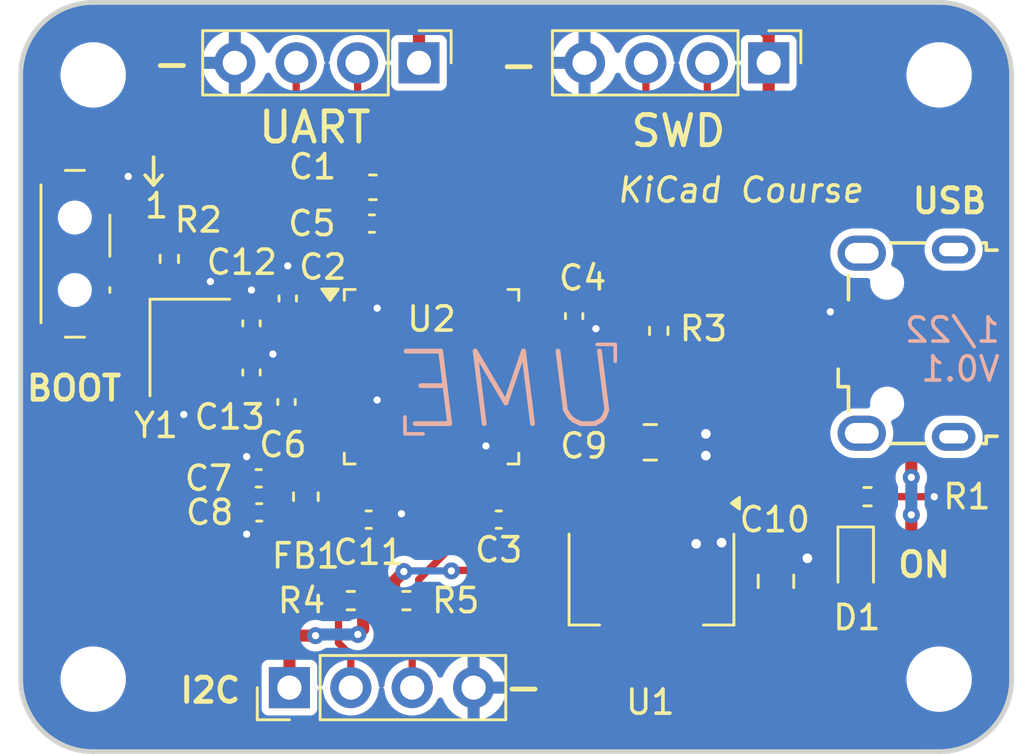
<source format=kicad_pcb>
(kicad_pcb (version 20240108) (generator "pcbnew") (generator_version "8.0")
  (layers (0 "F.Cu" signal) (31 "B.Cu" power) (34 "B.Paste" user) (35 "F.Paste" user) (36 "B.SilkS" user "B.Silkscreen") (37 "F.SilkS" user "F.Silkscreen") (38 "B.Mask" user) (39 "F.Mask" user) (44 "Edge.Cuts" user))
  (net 0 "")
  (net 1 "+3.3V")
  (net 2 "GND")
  (net 3 "+3.3VA")
  (net 4 "VBUS")
  (net 5 "/NRST")
  (net 6 "/HSE_IN")
  (net 7 "/HSE_OUT")
  (net 8 "/PWR_LED_K")
  (net 11 "/USB_D+")
  (net 12 "/USB_D-")
  (net 16 "/SWDIO")
  (net 17 "/SWCLK")
  (net 18 "/USART1_RX")
  (net 19 "/USART1_TX")
  (net 20 "/I2C2_SCL")
  (net 21 "/I2C2_SDA")
  (net 22 "/SW_BOOT0")
  (net 23 "/BOOT0")
  (footprint "Crystal:Crystal_SMD_3225-4Pin_3.2x2.5mm" (layer "F.Cu") (at 119.85 103.53 -90)
    (property "Reference" "Y1" (at 3.22 1.4 180) (layer "F.SilkS"))
    (property "Value" "16MHz" (hide yes))
    (pad "1" smd rect (at -1.1 0.85 270) (size 1.4 1.2) (layers "F.Cu" "F.Paste" "F.Mask") (net 6 "/HSE_IN"))
    (pad "2" smd rect (at 1.1 0.85 270) (size 1.4 1.2) (layers "F.Cu" "F.Paste" "F.Mask") (net 2 "GND"))
    (pad "3" smd rect (at 1.1 -0.85 270) (size 1.4 1.2) (layers "F.Cu" "F.Paste" "F.Mask") (net 7 "/HSE_OUT"))
    (pad "4" smd rect (at -1.1 -0.85 270) (size 1.4 1.2) (layers "F.Cu" "F.Paste" "F.Mask") (net 2 "GND"))
  )
  (footprint "Capacitor_SMD:C_0402_1005Metric" (layer "F.Cu") (at 122.7 108.94 180)
    (property "Reference" "C7" (at 2.08 0 0) (layer "F.SilkS"))
    (property "Value" "1u" (hide yes))
    (pad "1" smd roundrect (at -0.48 0 180) (size 0.56 0.62) (layers "F.Cu" "F.Paste" "F.Mask") (net 3 "+3.3VA"))
    (pad "2" smd roundrect (at 0.48 0 180) (size 0.56 0.62) (layers "F.Cu" "F.Paste" "F.Mask") (net 2 "GND"))
  )
  (footprint "Package_QFP:LQFP-48_7x7mm_P0.5mm" (layer "F.Cu") (at 129.85 104.7375)
    (property "Reference" "U2" (at 0 -2.3875 0) (layer "F.SilkS"))
    (property "Value" "STM32F103C8T6" (hide yes))
    (pad "1" smd roundrect (at -4.1625 -2.75) (size 1.475 0.3) (layers "F.Cu" "F.Paste" "F.Mask") (net 1 "+3.3V"))
    (pad "2" smd roundrect (at -4.1625 -2.25) (size 1.475 0.3) (layers "F.Cu" "F.Paste" "F.Mask"))
    (pad "3" smd roundrect (at -4.1625 -1.75) (size 1.475 0.3) (layers "F.Cu" "F.Paste" "F.Mask"))
    (pad "4" smd roundrect (at -4.1625 -1.25) (size 1.475 0.3) (layers "F.Cu" "F.Paste" "F.Mask"))
    (pad "5" smd roundrect (at -4.1625 -0.75) (size 1.475 0.3) (layers "F.Cu" "F.Paste" "F.Mask") (net 6 "/HSE_IN"))
    (pad "6" smd roundrect (at -4.1625 -0.25) (size 1.475 0.3) (layers "F.Cu" "F.Paste" "F.Mask") (net 7 "/HSE_OUT"))
    (pad "7" smd roundrect (at -4.1625 0.25) (size 1.475 0.3) (layers "F.Cu" "F.Paste" "F.Mask") (net 5 "/NRST"))
    (pad "8" smd roundrect (at -4.1625 0.75) (size 1.475 0.3) (layers "F.Cu" "F.Paste" "F.Mask") (net 2 "GND"))
    (pad "9" smd roundrect (at -4.1625 1.25) (size 1.475 0.3) (layers "F.Cu" "F.Paste" "F.Mask") (net 3 "+3.3VA"))
    (pad "10" smd roundrect (at -4.1625 1.75) (size 1.475 0.3) (layers "F.Cu" "F.Paste" "F.Mask"))
    (pad "11" smd roundrect (at -4.1625 2.25) (size 1.475 0.3) (layers "F.Cu" "F.Paste" "F.Mask"))
    (pad "12" smd roundrect (at -4.1625 2.75) (size 1.475 0.3) (layers "F.Cu" "F.Paste" "F.Mask"))
    (pad "13" smd roundrect (at -2.75 4.1625) (size 0.3 1.475) (layers "F.Cu" "F.Paste" "F.Mask"))
    (pad "14" smd roundrect (at -2.25 4.1625) (size 0.3 1.475) (layers "F.Cu" "F.Paste" "F.Mask"))
    (pad "15" smd roundrect (at -1.75 4.1625) (size 0.3 1.475) (layers "F.Cu" "F.Paste" "F.Mask"))
    (pad "16" smd roundrect (at -1.25 4.1625) (size 0.3 1.475) (layers "F.Cu" "F.Paste" "F.Mask"))
    (pad "17" smd roundrect (at -0.75 4.1625) (size 0.3 1.475) (layers "F.Cu" "F.Paste" "F.Mask"))
    (pad "18" smd roundrect (at -0.25 4.1625) (size 0.3 1.475) (layers "F.Cu" "F.Paste" "F.Mask"))
    (pad "19" smd roundrect (at 0.25 4.1625) (size 0.3 1.475) (layers "F.Cu" "F.Paste" "F.Mask"))
    (pad "20" smd roundrect (at 0.75 4.1625) (size 0.3 1.475) (layers "F.Cu" "F.Paste" "F.Mask"))
    (pad "21" smd roundrect (at 1.25 4.1625) (size 0.3 1.475) (layers "F.Cu" "F.Paste" "F.Mask") (net 20 "/I2C2_SCL"))
    (pad "22" smd roundrect (at 1.75 4.1625) (size 0.3 1.475) (layers "F.Cu" "F.Paste" "F.Mask") (net 21 "/I2C2_SDA"))
    (pad "23" smd roundrect (at 2.25 4.1625) (size 0.3 1.475) (layers "F.Cu" "F.Paste" "F.Mask") (net 2 "GND"))
    (pad "24" smd roundrect (at 2.75 4.1625) (size 0.3 1.475) (layers "F.Cu" "F.Paste" "F.Mask") (net 1 "+3.3V"))
    (pad "25" smd roundrect (at 4.1625 2.75) (size 1.475 0.3) (layers "F.Cu" "F.Paste" "F.Mask"))
    (pad "26" smd roundrect (at 4.1625 2.25) (size 1.475 0.3) (layers "F.Cu" "F.Paste" "F.Mask"))
    (pad "27" smd roundrect (at 4.1625 1.75) (size 1.475 0.3) (layers "F.Cu" "F.Paste" "F.Mask"))
    (pad "28" smd roundrect (at 4.1625 1.25) (size 1.475 0.3) (layers "F.Cu" "F.Paste" "F.Mask"))
    (pad "29" smd roundrect (at 4.1625 0.75) (size 1.475 0.3) (layers "F.Cu" "F.Paste" "F.Mask"))
    (pad "30" smd roundrect (at 4.1625 0.25) (size 1.475 0.3) (layers "F.Cu" "F.Paste" "F.Mask"))
    (pad "31" smd roundrect (at 4.1625 -0.25) (size 1.475 0.3) (layers "F.Cu" "F.Paste" "F.Mask"))
    (pad "32" smd roundrect (at 4.1625 -0.75) (size 1.475 0.3) (layers "F.Cu" "F.Paste" "F.Mask") (net 12 "/USB_D-"))
    (pad "33" smd roundrect (at 4.1625 -1.25) (size 1.475 0.3) (layers "F.Cu" "F.Paste" "F.Mask") (net 11 "/USB_D+"))
    (pad "34" smd roundrect (at 4.1625 -1.75) (size 1.475 0.3) (layers "F.Cu" "F.Paste" "F.Mask") (net 16 "/SWDIO"))
    (pad "35" smd roundrect (at 4.1625 -2.25) (size 1.475 0.3) (layers "F.Cu" "F.Paste" "F.Mask") (net 2 "GND"))
    (pad "36" smd roundrect (at 4.1625 -2.75) (size 1.475 0.3) (layers "F.Cu" "F.Paste" "F.Mask") (net 1 "+3.3V"))
    (pad "37" smd roundrect (at 2.75 -4.1625) (size 0.3 1.475) (layers "F.Cu" "F.Paste" "F.Mask") (net 17 "/SWCLK"))
    (pad "38" smd roundrect (at 2.25 -4.1625) (size 0.3 1.475) (layers "F.Cu" "F.Paste" "F.Mask"))
    (pad "39" smd roundrect (at 1.75 -4.1625) (size 0.3 1.475) (layers "F.Cu" "F.Paste" "F.Mask"))
    (pad "40" smd roundrect (at 1.25 -4.1625) (size 0.3 1.475) (layers "F.Cu" "F.Paste" "F.Mask"))
    (pad "41" smd roundrect (at 0.75 -4.1625) (size 0.3 1.475) (layers "F.Cu" "F.Paste" "F.Mask"))
    (pad "42" smd roundrect (at 0.25 -4.1625) (size 0.3 1.475) (layers "F.Cu" "F.Paste" "F.Mask") (net 19 "/USART1_TX"))
    (pad "43" smd roundrect (at -0.25 -4.1625) (size 0.3 1.475) (layers "F.Cu" "F.Paste" "F.Mask") (net 18 "/USART1_RX"))
    (pad "44" smd roundrect (at -0.75 -4.1625) (size 0.3 1.475) (layers "F.Cu" "F.Paste" "F.Mask") (net 23 "/BOOT0"))
    (pad "45" smd roundrect (at -1.25 -4.1625) (size 0.3 1.475) (layers "F.Cu" "F.Paste" "F.Mask"))
    (pad "46" smd roundrect (at -1.75 -4.1625) (size 0.3 1.475) (layers "F.Cu" "F.Paste" "F.Mask"))
    (pad "47" smd roundrect (at -2.25 -4.1625) (size 0.3 1.475) (layers "F.Cu" "F.Paste" "F.Mask") (net 2 "GND"))
    (pad "48" smd roundrect (at -2.75 -4.1625) (size 0.3 1.475) (layers "F.Cu" "F.Paste" "F.Mask") (net 1 "+3.3V"))
  )
  (footprint "Capacitor_SMD:C_0603_1608Metric" (layer "F.Cu") (at 127.425 96.9)
    (property "Reference" "C1" (at -2.5 -0.85 0) (layer "F.SilkS"))
    (property "Value" "10u" (hide yes))
    (pad "1" smd roundrect (at -0.775 0) (size 0.9 0.95) (layers "F.Cu" "F.Paste" "F.Mask") (net 1 "+3.3V"))
    (pad "2" smd roundrect (at 0.775 0) (size 0.9 0.95) (layers "F.Cu" "F.Paste" "F.Mask") (net 2 "GND"))
  )
  (footprint "Capacitor_SMD:C_0402_1005Metric" (layer "F.Cu") (at 122.72 110.35 180)
    (property "Reference" "C8" (at 2.05 0 0) (layer "F.SilkS"))
    (property "Value" "1u" (hide yes))
    (pad "1" smd roundrect (at -0.48 0 180) (size 0.56 0.62) (layers "F.Cu" "F.Paste" "F.Mask") (net 1 "+3.3V"))
    (pad "2" smd roundrect (at 0.48 0 180) (size 0.56 0.62) (layers "F.Cu" "F.Paste" "F.Mask") (net 2 "GND"))
  )
  (footprint "Resistor_SMD:R_0402_1005Metric" (layer "F.Cu") (at 147.89 109.7 180)
    (property "Reference" "R1" (at -4.11 0 0) (layer "F.SilkS"))
    (property "Value" "1k5" (hide yes))
    (pad "1" smd roundrect (at -0.51 0 180) (size 0.54 0.64) (layers "F.Cu" "F.Paste" "F.Mask") (net 2 "GND"))
    (pad "2" smd roundrect (at 0.51 0 180) (size 0.54 0.64) (layers "F.Cu" "F.Paste" "F.Mask") (net 8 "/PWR_LED_K"))
  )
  (footprint "Capacitor_SMD:C_0402_1005Metric" (layer "F.Cu") (at 127.38 98.4)
    (property "Reference" "C5" (at -2.48 0 0) (layer "F.SilkS"))
    (property "Value" "100n" (hide yes))
    (pad "1" smd roundrect (at -0.48 0) (size 0.56 0.62) (layers "F.Cu" "F.Paste" "F.Mask") (net 1 "+3.3V"))
    (pad "2" smd roundrect (at 0.48 0) (size 0.56 0.62) (layers "F.Cu" "F.Paste" "F.Mask") (net 2 "GND"))
  )
  (footprint "Capacitor_SMD:C_0402_1005Metric" (layer "F.Cu") (at 123.9 101.5 90)
    (property "Reference" "C2" (at 1.3 1.45 180) (layer "F.SilkS"))
    (property "Value" "100n" (hide yes))
    (pad "1" smd roundrect (at -0.48 0 90) (size 0.56 0.62) (layers "F.Cu" "F.Paste" "F.Mask") (net 1 "+3.3V"))
    (pad "2" smd roundrect (at 0.48 0 90) (size 0.56 0.62) (layers "F.Cu" "F.Paste" "F.Mask") (net 2 "GND"))
  )
  (footprint "Capacitor_SMD:C_0805_2012Metric" (layer "F.Cu") (at 138.9 107.45)
    (property "Reference" "C9" (at -2.75 0.15 0) (layer "F.SilkS"))
    (property "Value" "22u" (hide yes))
    (pad "1" smd roundrect (at -0.95 0) (size 1 1.45) (layers "F.Cu" "F.Paste" "F.Mask") (net 4 "VBUS"))
    (pad "2" smd roundrect (at 0.95 0) (size 1 1.45) (layers "F.Cu" "F.Paste" "F.Mask") (net 2 "GND"))
  )
  (footprint "Button_Switch_SMD:SW_SPDT_PCM12" (layer "F.Cu") (at 115.42 99.65 -90)
    (property "Reference" "SW1" (hide yes))
    (property "Value" "SW_SPDT" (hide yes))
    (pad "" smd rect (at -3.65 -0.78 270) (size 1 0.8) (layers "F.Cu" "F.Paste" "F.Mask"))
    (pad "" smd rect (at -3.65 1.43 270) (size 1 0.8) (layers "F.Cu" "F.Paste" "F.Mask"))
    (pad "" np_thru_hole circle (at -1.5 0.33 270) (size 0.9 0.9) (drill 0.9) (layers "*.Cu" "*.Mask"))
    (pad "" np_thru_hole circle (at 1.5 0.33 270) (size 0.9 0.9) (drill 0.9) (layers "*.Cu" "*.Mask"))
    (pad "" smd rect (at 3.65 -0.78 270) (size 1 0.8) (layers "F.Cu" "F.Paste" "F.Mask"))
    (pad "" smd rect (at 3.65 1.43 270) (size 1 0.8) (layers "F.Cu" "F.Paste" "F.Mask"))
    (pad "1" smd rect (at -2.25 -1.43 270) (size 0.7 1.5) (layers "F.Cu" "F.Paste" "F.Mask") (net 2 "GND"))
    (pad "2" smd rect (at 0.75 -1.43 270) (size 0.7 1.5) (layers "F.Cu" "F.Paste" "F.Mask") (net 22 "/SW_BOOT0"))
    (pad "3" smd rect (at 2.25 -1.43 270) (size 0.7 1.5) (layers "F.Cu" "F.Paste" "F.Mask") (net 1 "+3.3V"))
  )
  (footprint "Connector_PinHeader_2.54mm:PinHeader_1x04_P2.54mm_Vertical" (layer "F.Cu") (at 143.8 91.75 -90)
    (property "Reference" "J2" (hide yes))
    (property "Value" "Conn_01x04_Pin" (hide yes))
    (pad "1" thru_hole rect (at 0 0 270) (size 1.7 1.7) (drill 1) (layers "*.Cu" "*.Mask") (net 1 "+3.3V"))
    (pad "2" thru_hole oval (at 0 2.54 270) (size 1.7 1.7) (drill 1) (layers "*.Cu" "*.Mask") (net 16 "/SWDIO"))
    (pad "3" thru_hole oval (at 0 5.08 270) (size 1.7 1.7) (drill 1) (layers "*.Cu" "*.Mask") (net 17 "/SWCLK"))
    (pad "4" thru_hole oval (at 0 7.62 270) (size 1.7 1.7) (drill 1) (layers "*.Cu" "*.Mask") (net 2 "GND"))
  )
  (footprint "Resistor_SMD:R_0402_1005Metric" (layer "F.Cu") (at 128.81 114 180)
    (property "Reference" "R5" (at -2.04 0 0) (layer "F.SilkS"))
    (property "Value" "1k5" (hide yes))
    (pad "1" smd roundrect (at -0.51 0 180) (size 0.54 0.64) (layers "F.Cu" "F.Paste" "F.Mask") (net 21 "/I2C2_SDA"))
    (pad "2" smd roundrect (at 0.51 0 180) (size 0.54 0.64) (layers "F.Cu" "F.Paste" "F.Mask") (net 1 "+3.3V"))
  )
  (footprint "Resistor_SMD:R_0402_1005Metric" (layer "F.Cu") (at 126.51 114)
    (property "Reference" "R4" (at -2.04 0 0) (layer "F.SilkS"))
    (property "Value" "1k5" (hide yes))
    (pad "1" smd roundrect (at -0.51 0) (size 0.54 0.64) (layers "F.Cu" "F.Paste" "F.Mask") (net 20 "/I2C2_SCL"))
    (pad "2" smd roundrect (at 0.51 0) (size 0.54 0.64) (layers "F.Cu" "F.Paste" "F.Mask") (net 1 "+3.3V"))
  )
  (footprint "MountingHole:MountingHole_2.2mm_M2" (layer "F.Cu") (at 115.85 117.25)
    (property "Reference" "H1" (hide yes))
    (property "Value" "MountingHole" (hide yes))
    (pad "" np_thru_hole circle (at 0 0) (size 2.2 2.2) (drill 2.2) (layers "*.Cu" "*.Mask"))
  )
  (footprint "MountingHole:MountingHole_2.2mm_M2" (layer "F.Cu") (at 150.85 92.25)
    (property "Reference" "H3" (hide yes))
    (property "Value" "MountingHole" (hide yes))
    (pad "" np_thru_hole circle (at 0 0) (size 2.2 2.2) (drill 2.2) (layers "*.Cu" "*.Mask"))
  )
  (footprint "Resistor_SMD:R_0402_1005Metric" (layer "F.Cu") (at 119 99.86 90)
    (property "Reference" "R2" (at 1.61 1.2 180) (layer "F.SilkS"))
    (property "Value" "10k" (hide yes))
    (pad "1" smd roundrect (at -0.51 0 90) (size 0.54 0.64) (layers "F.Cu" "F.Paste" "F.Mask") (net 22 "/SW_BOOT0"))
    (pad "2" smd roundrect (at 0.51 0 90) (size 0.54 0.64) (layers "F.Cu" "F.Paste" "F.Mask") (net 23 "/BOOT0"))
  )
  (footprint "LED_SMD:LED_0603_1608Metric" (layer "F.Cu") (at 147.4 112.4375 -90)
    (property "Reference" "D1" (at 2.2625 -0.05 180) (layer "F.SilkS"))
    (property "Value" "LED" (hide yes))
    (pad "1" smd roundrect (at -0.7875 0 270) (size 0.875 0.95) (layers "F.Cu" "F.Paste" "F.Mask") (net 8 "/PWR_LED_K"))
    (pad "2" smd roundrect (at 0.7875 0 270) (size 0.875 0.95) (layers "F.Cu" "F.Paste" "F.Mask") (net 1 "+3.3V"))
  )
  (footprint "MountingHole:MountingHole_2.2mm_M2" (layer "F.Cu") (at 115.85 92.25)
    (property "Reference" "H4" (hide yes))
    (property "Value" "MountingHole" (hide yes))
    (pad "" np_thru_hole circle (at 0 0) (size 2.2 2.2) (drill 2.2) (layers "*.Cu" "*.Mask"))
  )
  (footprint "Inductor_SMD:L_0603_1608Metric" (layer "F.Cu") (at 124.65 109.7 -90)
    (property "Reference" "FB1" (at 2.45 0 180) (layer "F.SilkS"))
    (property "Value" "120R" (hide yes))
    (pad "1" smd roundrect (at -0.7875 0 270) (size 0.875 0.95) (layers "F.Cu" "F.Paste" "F.Mask") (net 3 "+3.3VA"))
    (pad "2" smd roundrect (at 0.7875 0 270) (size 0.875 0.95) (layers "F.Cu" "F.Paste" "F.Mask") (net 1 "+3.3V"))
  )
  (footprint "Capacitor_SMD:C_0402_1005Metric" (layer "F.Cu") (at 135.75 102.23 -90)
    (property "Reference" "C4" (at -1.58 -0.35 180) (layer "F.SilkS"))
    (property "Value" "100n" (hide yes))
    (pad "1" smd roundrect (at -0.48 0 270) (size 0.56 0.62) (layers "F.Cu" "F.Paste" "F.Mask") (net 1 "+3.3V"))
    (pad "2" smd roundrect (at 0.48 0 270) (size 0.56 0.62) (layers "F.Cu" "F.Paste" "F.Mask") (net 2 "GND"))
  )
  (footprint "Resistor_SMD:R_0402_1005Metric" (layer "F.Cu") (at 139.25 102.84 -90)
    (property "Reference" "R3" (at -0.09 -1.85 180) (layer "F.SilkS"))
    (property "Value" "1k5" (hide yes))
    (pad "1" smd roundrect (at -0.51 0 270) (size 0.54 0.64) (layers "F.Cu" "F.Paste" "F.Mask") (net 1 "+3.3V"))
    (pad "2" smd roundrect (at 0.51 0 270) (size 0.54 0.64) (layers "F.Cu" "F.Paste" "F.Mask") (net 11 "/USB_D+"))
  )
  (footprint "Capacitor_SMD:C_0402_1005Metric" (layer "F.Cu") (at 123.85 105.78 90)
    (property "Reference" "C6" (at -1.77 -0.15 180) (layer "F.SilkS"))
    (property "Value" "10n" (hide yes))
    (pad "1" smd roundrect (at -0.48 0 90) (size 0.56 0.62) (layers "F.Cu" "F.Paste" "F.Mask") (net 3 "+3.3VA"))
    (pad "2" smd roundrect (at 0.48 0 90) (size 0.56 0.62) (layers "F.Cu" "F.Paste" "F.Mask") (net 2 "GND"))
  )
  (footprint "MountingHole:MountingHole_2.2mm_M2" (layer "F.Cu") (at 150.85 117.25)
    (property "Reference" "H2" (hide yes))
    (property "Value" "MountingHole" (hide yes))
    (pad "" np_thru_hole circle (at 0 0) (size 2.2 2.2) (drill 2.2) (layers "*.Cu" "*.Mask"))
  )
  (footprint "Capacitor_SMD:C_0402_1005Metric" (layer "F.Cu") (at 122.4 102.53 90)
    (property "Reference" "C12" (at 2.53 -0.4 180) (layer "F.SilkS"))
    (property "Value" "10p" (hide yes))
    (pad "1" smd roundrect (at -0.48 0 90) (size 0.56 0.62) (layers "F.Cu" "F.Paste" "F.Mask") (net 6 "/HSE_IN"))
    (pad "2" smd roundrect (at 0.48 0 90) (size 0.56 0.62) (layers "F.Cu" "F.Paste" "F.Mask") (net 2 "GND"))
  )
  (footprint "Capacitor_SMD:C_0402_1005Metric" (layer "F.Cu") (at 127.25 110.65)
    (property "Reference" "C11" (at 0 1.35 0) (layer "F.SilkS"))
    (property "Value" "100n" (hide yes))
    (pad "1" smd roundrect (at -0.48 0) (size 0.56 0.62) (layers "F.Cu" "F.Paste" "F.Mask") (net 5 "/NRST"))
    (pad "2" smd roundrect (at 0.48 0) (size 0.56 0.62) (layers "F.Cu" "F.Paste" "F.Mask") (net 2 "GND"))
  )
  (footprint "Connector_PinHeader_2.54mm:PinHeader_1x04_P2.54mm_Vertical" (layer "F.Cu") (at 123.97 117.6 90)
    (property "Reference" "J4" (hide yes))
    (property "Value" "Conn_01x04_Pin" (hide yes))
    (pad "1" thru_hole rect (at 0 0 90) (size 1.7 1.7) (drill 1) (layers "*.Cu" "*.Mask") (net 1 "+3.3V"))
    (pad "2" thru_hole oval (at 0 2.54 90) (size 1.7 1.7) (drill 1) (layers "*.Cu" "*.Mask") (net 20 "/I2C2_SCL"))
    (pad "3" thru_hole oval (at 0 5.08 90) (size 1.7 1.7) (drill 1) (layers "*.Cu" "*.Mask") (net 21 "/I2C2_SDA"))
    (pad "4" thru_hole oval (at 0 7.62 90) (size 1.7 1.7) (drill 1) (layers "*.Cu" "*.Mask") (net 2 "GND"))
  )
  (footprint "Capacitor_SMD:C_0805_2012Metric" (layer "F.Cu") (at 144.1 113.2 90)
    (property "Reference" "C10" (at 2.55 -0.05 180) (layer "F.SilkS"))
    (property "Value" "22u" (hide yes))
    (pad "1" smd roundrect (at -0.95 0 90) (size 1 1.45) (layers "F.Cu" "F.Paste" "F.Mask") (net 1 "+3.3V"))
    (pad "2" smd roundrect (at 0.95 0 90) (size 1 1.45) (layers "F.Cu" "F.Paste" "F.Mask") (net 2 "GND"))
  )
  (footprint "Connector_USB:USB_Micro-B_Wuerth_629105150521" (layer "F.Cu") (at 149.5 103.35 90)
    (property "Reference" "J1" (hide yes))
    (property "Value" "USB_B_Micro" (hide yes))
    (pad "" np_thru_hole oval (at -2.5 -0.8 90) (size 0.8 0.8) (drill 0.8) (layers "*.Cu" "*.Mask"))
    (pad "" np_thru_hole oval (at 2.5 -0.8 90) (size 0.8 0.8) (drill 0.8) (layers "*.Cu" "*.Mask"))
    (pad "1" smd rect (at -1.3 -1.9 90) (size 0.45 1.3) (layers "F.Cu" "F.Paste" "F.Mask") (net 4 "VBUS"))
    (pad "2" smd rect (at -0.65 -1.9 90) (size 0.45 1.3) (layers "F.Cu" "F.Paste" "F.Mask") (net 12 "/USB_D-"))
    (pad "3" smd rect (at 0 -1.9 90) (size 0.45 1.3) (layers "F.Cu" "F.Paste" "F.Mask") (net 11 "/USB_D+"))
    (pad "4" smd rect (at 0.65 -1.9 90) (size 0.45 1.3) (layers "F.Cu" "F.Paste" "F.Mask"))
    (pad "5" smd rect (at 1.3 -1.9 90) (size 0.45 1.3) (layers "F.Cu" "F.Paste" "F.Mask") (net 2 "GND"))
    (pad "6" thru_hole oval (at -3.875 1.95 90) (size 1.15 1.8) (drill oval 0.55 1.2) (layers "*.Cu" "*.Mask"))
    (pad "6" thru_hole oval (at -3.725 -1.85 90) (size 1.45 2) (drill oval 0.85 1.4) (layers "*.Cu" "*.Mask"))
    (pad "6" thru_hole oval (at 3.725 -1.85 90) (size 1.45 2) (drill oval 0.85 1.4) (layers "*.Cu" "*.Mask"))
    (pad "6" thru_hole oval (at 3.875 1.95 90) (size 1.15 1.8) (drill oval 0.55 1.2) (layers "*.Cu" "*.Mask"))
  )
  (footprint "Capacitor_SMD:C_0402_1005Metric" (layer "F.Cu") (at 132.63 110.65 180)
    (property "Reference" "C3" (at 0 -1.25 0) (layer "F.SilkS"))
    (property "Value" "100n" (hide yes))
    (pad "1" smd roundrect (at -0.48 0 180) (size 0.56 0.62) (layers "F.Cu" "F.Paste" "F.Mask") (net 1 "+3.3V"))
    (pad "2" smd roundrect (at 0.48 0 180) (size 0.56 0.62) (layers "F.Cu" "F.Paste" "F.Mask") (net 2 "GND"))
  )
  (footprint "Capacitor_SMD:C_0402_1005Metric" (layer "F.Cu") (at 122.4 104.56 90)
    (property "Reference" "C13" (at -1.84 -0.9 180) (layer "F.SilkS"))
    (property "Value" "10p" (hide yes))
    (pad "1" smd roundrect (at -0.48 0 90) (size 0.56 0.62) (layers "F.Cu" "F.Paste" "F.Mask") (net 7 "/HSE_OUT"))
    (pad "2" smd roundrect (at 0.48 0 90) (size 0.56 0.62) (layers "F.Cu" "F.Paste" "F.Mask") (net 2 "GND"))
  )
  (footprint "Package_TO_SOT_SMD:SOT-223-3_TabPin2" (layer "F.Cu") (at 138.95 113.1 -90)
    (property "Reference" "U1" (at 5.1 0.05 180) (layer "F.SilkS"))
    (property "Value" "AMS1117-3.3" (hide yes))
    (pad "1" smd roundrect (at -3.15 -2.3 270) (size 2 1.5) (layers "F.Cu" "F.Paste" "F.Mask") (net 2 "GND"))
    (pad "2" smd roundrect (at -3.15 0 270) (size 2 1.5) (layers "F.Cu" "F.Paste" "F.Mask") (net 1 "+3.3V"))
    (pad "2" smd roundrect (at 3.15 0 270) (size 2 3.8) (layers "F.Cu" "F.Paste" "F.Mask") (net 1 "+3.3V"))
    (pad "3" smd roundrect (at -3.15 2.3 270) (size 2 1.5) (layers "F.Cu" "F.Paste" "F.Mask") (net 4 "VBUS"))
  )
  (footprint "Connector_PinHeader_2.54mm:PinHeader_1x04_P2.54mm_Vertical" (layer "F.Cu") (at 129.33 91.75 -90)
    (property "Reference" "J3" (hide yes))
    (property "Value" "Conn_01x04_Pin" (hide yes))
    (pad "1" thru_hole rect (at 0 0 270) (size 1.7 1.7) (drill 1) (layers "*.Cu" "*.Mask") (net 1 "+3.3V"))
    (pad "2" thru_hole oval (at 0 2.54 270) (size 1.7 1.7) (drill 1) (layers "*.Cu" "*.Mask") (net 19 "/USART1_TX"))
    (pad "3" thru_hole oval (at 0 5.08 270) (size 1.7 1.7) (drill 1) (layers "*.Cu" "*.Mask") (net 18 "/USART1_RX"))
    (pad "4" thru_hole oval (at 0 7.62 270) (size 1.7 1.7) (drill 1) (layers "*.Cu" "*.Mask") (net 2 "GND"))
  )
  (gr_line (start 137.45 103.4) (end 137.45 104.1) (stroke (width 0.15)) (layer "B.SilkS"))
  (gr_line (start 136.7 103.4) (end 137.45 103.4) (stroke (width 0.15)) (layer "B.SilkS"))
  (gr_line (start 129.5 107.1) (end 128.75 107.1) (stroke (width 0.15)) (layer "B.SilkS"))
  (gr_line (start 128.75 107.1) (end 128.75 106.4) (stroke (width 0.15)) (layer "B.SilkS"))
  (gr_line (start 118 96.4) (end 118.35 96.8) (stroke (width 0.15)) (layer "F.SilkS"))
  (gr_line (start 118.35 96.8) (end 118 96.4) (stroke (width 0.15)) (layer "F.SilkS"))
  (gr_line (start 118.35 96.8) (end 118.35 95.65) (stroke (width 0.15)) (layer "F.SilkS"))
  (gr_line (start 118.35 96.8) (end 118.7 96.4) (stroke (width 0.15)) (layer "F.SilkS"))
  (gr_arc (start 115.85 120.25) (mid 113.72868 119.37132) (end 112.85 117.25) (stroke (width 0.2)) (layer "Edge.Cuts"))
  (gr_arc (start 112.85 92.25) (mid 113.72868 90.12868) (end 115.85 89.25) (stroke (width 0.2)) (layer "Edge.Cuts"))
  (gr_arc (start 150.85 89.25) (mid 152.97132 90.12868) (end 153.85 92.25) (stroke (width 0.2)) (layer "Edge.Cuts"))
  (gr_line (start 112.85 117.25) (end 112.85 92.25) (stroke (width 0.2)) (layer "Edge.Cuts"))
  (gr_arc (start 153.85 117.25) (mid 152.97132 119.37132) (end 150.85 120.25) (stroke (width 0.2)) (layer "Edge.Cuts"))
  (gr_line (start 150.85 89.25) (end 115.85 89.25) (stroke (width 0.2)) (layer "Edge.Cuts"))
  (gr_line (start 150.85 120.25) (end 115.85 120.25) (stroke (width 0.2)) (layer "Edge.Cuts"))
  (gr_line (start 153.85 117.25) (end 153.85 92.25) (stroke (width 0.2)) (layer "Edge.Cuts"))
  (gr_text "UME" (at 138 105.3 0) (layer "B.SilkS") (effects (font (size 3 3) (thickness 0.2) (bold yes) (italic yes)) (justify left mirror)))
  (gr_text "1/22\nV0.1" (at 153.45 105 0) (layer "B.SilkS") (effects (font (size 1 1)) (justify left bottom mirror)))
  (gr_text "-" (at 118.2 92.5 0) (layer "F.SilkS") (effects (font (size 1.25 1.25) (thickness 0.2) (bold yes)) (justify left bottom)))
  (gr_text "1" (at 117.9 98.25 0) (layer "F.SilkS") (effects (font (size 1 1)) (justify left bottom)))
  (gr_text "SWD" (at 138 95.3 0) (layer "F.SilkS") (effects (font (size 1.25 1.25) (thickness 0.2) (bold yes)) (justify left bottom)))
  (gr_text "-" (at 132.75 118.3 0) (layer "F.SilkS") (effects (font (size 1.25 1.25) (thickness 0.2) (bold yes)) (justify left bottom)))
  (gr_text "UART" (at 122.6 95.15 0) (layer "F.SilkS") (effects (font (size 1.25 1.25) (thickness 0.2) (bold yes)) (justify left bottom)))
  (gr_text "USB" (at 149.65 98.05 0) (layer "F.SilkS") (effects (font (size 1 1) (thickness 0.2) (bold yes)) (justify left bottom)))
  (gr_text "I2C" (at 119.35 118.3 0) (layer "F.SilkS") (effects (font (size 1 1) (thickness 0.2) (bold yes)) (justify left bottom)))
  (gr_text "-" (at 132.55 92.55 0) (layer "F.SilkS") (effects (font (size 1.25 1.25) (thickness 0.2) (bold yes)) (justify left bottom)))
  (gr_text "KiCad Course" (at 137.45 97.6 0) (layer "F.SilkS") (effects (font (size 1 1) (thickness 0.15) (italic yes)) (justify left bottom)))
  (gr_text "BOOT" (at 113 105.8 0) (layer "F.SilkS") (effects (font (size 1 1) (thickness 0.2) (bold yes)) (justify left bottom)))
  (gr_text "ON" (at 149.05 113.1 0) (layer "F.SilkS") (effects (font (size 1 1) (thickness 0.2) (bold yes)) (justify left bottom)))
  (segment (start 124.15 110.9875) (end 124.15 112.65) (width 0.5) (layer "F.Cu") (net 1))
  (segment (start 117.25 112.35) (end 117.25 102.3) (width 0.5) (layer "F.Cu") (net 1))
  (segment (start 132.6 108.9) (end 132.6 109.9) (width 0.3) (layer "F.Cu") (net 1))
  (segment (start 135.75 101.75) (end 138.67 101.75) (width 0.3) (layer "F.Cu") (net 1))
  (segment (start 119.9 100.8) (end 119.9 99.3) (width 0.5) (layer "F.Cu") (net 1))
  (segment (start 125.68 101.98) (end 125.6875 101.9875) (width 0.3) (layer "F.Cu") (net 1))
  (segment (start 134.4 112.95) (end 134.4 118) (width 0.3) (layer "F.Cu") (net 1))
  (segment (start 119.9 99.3) (end 122.3 96.9) (width 0.5) (layer "F.Cu") (net 1))
  (segment (start 134.4 112.75) (end 134.4 112.95) (width 0.3) (layer "F.Cu") (net 1))
  (segment (start 134.4 118) (end 135.3 118.9) (width 0.3) (layer "F.Cu") (net 1))
  (segment (start 132.6 109.9) (end 133.11 110.41) (width 0.3) (layer "F.Cu") (net 1))
  (segment (start 135.25 101.75) (end 135.75 101.75) (width 0.3) (layer "F.Cu") (net 1))
  (segment (start 124.65 110.4875) (end 124.15 110.9875) (width 0.5) (layer "F.Cu") (net 1))
  (segment (start 130.68995 112.75) (end 130.669975 112.769975) (width 0.3) (layer "F.Cu") (net 1))
  (segment (start 134.0125 101.9875) (end 134.9875 101.9875) (width 0.3) (layer "F.Cu") (net 1))
  (segment (start 145.7 118.05) (end 145.7 114.15) (width 0.3) (layer "F.Cu") (net 1))
  (segment (start 143.8 91.75) (end 143.8 90.6) (width 0.5) (layer "F.Cu") (net 1))
  (segment (start 134.4 111.95) (end 134.4 112.75) (width 0.3) (layer "F.Cu") (net 1))
  (segment (start 124.7 98.4) (end 125.6875 99.3875) (width 0.5) (layer "F.Cu") (net 1))
  (segment (start 123.95 115.45) (end 122.9 115.45) (width 0.5) (layer "F.Cu") (net 1))
  (segment (start 123.2 110.35) (end 124.5125 110.35) (width 0.5) (layer "F.Cu") (net 1))
  (segment (start 147.2 95.95) (end 145.05 95.95) (width 0.5) (layer "F.Cu") (net 1))
  (segment (start 134.9875 101.9875) (end 135 102) (width 0.3) (layer "F.Cu") (net 1))
  (segment (start 135 102) (end 135.25 101.75) (width 0.3) (layer "F.Cu") (net 1))
  (segment (start 124.7 96.9) (end 126.65 96.9) (width 0.5) (layer "F.Cu") (net 1))
  (segment (start 133.11 110.65) (end 133.11 110.66) (width 0.3) (layer "F.Cu") (net 1))
  (segment (start 143.2 90) (end 129.85 90) (width 0.5) (layer "F.Cu") (net 1))
  (segment (start 128.3 114) (end 127.02 114) (width 0.5) (layer "F.Cu") (net 1))
  (segment (start 133.11 110.41) (end 133.11 110.65) (width 0.3) (layer "F.Cu") (net 1))
  (segment (start 122.9 113.9) (end 122.9 115.45) (width 0.5) (layer "F.Cu") (net 1))
  (segment (start 123.97 117.6) (end 123.97 115.47) (width 0.5) (layer "F.Cu") (net 1))
  (segment (start 117.25 102.3) (end 116.85 101.9) (width 0.5) (layer "F.Cu") (net 1))
  (segment (start 134.4 112.75) (end 130.68995 112.75) (width 0.3) (layer "F.Cu") (net 1))
  (segment (start 149.7 98.45) (end 147.2 95.95) (width 0.5) (layer "F.Cu") (net 1))
  (segment (start 149.7 108.9) (end 149.7 98.45) (width 0.5) (layer "F.Cu") (net 1))
  (segment (start 143.8 94.7) (end 143.8 91.75) (width 0.5) (layer "F.Cu") (net 1))
  (segment (start 138.67 101.75) (end 139.25 102.33) (width 0.3) (layer "F.Cu") (net 1))
  (segment (start 123.9 101.98) (end 125.68 101.98) (width 0.3) (layer "F.Cu") (net 1))
  (segment (start 149.7 112.25) (end 149.7 110.45) (width 0.5) (layer "F.Cu") (net 1))
  (segment (start 133.11 110.66) (end 134.4 111.95) (width 0.3) (layer "F.Cu") (net 1))
  (segment (start 139.25 102.33) (end 139.92 102.33) (width 0.3) (layer "F.Cu") (net 1))
  (segment (start 145.05 97.2) (end 145.05 95.95) (width 0.3) (layer "F.Cu") (net 1))
  (segment (start 129.33 90.52) (end 129.33 91.75) (width 0.5) (layer "F.Cu") (net 1))
  (segment (start 128.3 113.201799) (end 128.703669 112.79813) (width 0.5) (layer "F.Cu") (net 1))
  (segment (start 147.4 113.225) (end 146.625 113.225) (width 0.5) (layer "F.Cu") (net 1))
  (segment (start 125.6875 99.3875) (end 125.6875 101.8875) (width 0.5) (layer "F.Cu") (net 1))
  (segment (start 146.625 113.225) (end 145.7 114.15) (width 0.5) (layer "F.Cu") (net 1))
  (segment (start 120.35 115.45) (end 117.25 112.35) (width 0.5) (layer "F.Cu") (net 1))
  (segment (start 125.05 115.45) (end 123.95 115.45) (width 0.5) (layer "F.Cu") (net 1))
  (segment (start 127.02 115.18) (end 126.8 115.4) (width 0.5) (layer "F.Cu") (net 1))
  (segment (start 117.35 101.9) (end 118.16 101.09) (width 0.5) (layer "F.Cu") (net 1))
  (segment (start 145.05 95.95) (end 143.8 94.7) (width 0.5) (layer "F.Cu") (net 1))
  (segment (start 127.1 99.7) (end 126.9 99.5) (width 0.3) (layer "F.Cu") (net 1))
  (segment (start 143.8 90.6) (end 143.2 90) (width 0.5) (layer "F.Cu") (net 1))
  (segment (start 118.16 101.09) (end 119.61 101.09) (width 0.5) (layer "F.Cu") (net 1))
  (segment (start 124.15 112.65) (end 122.9 113.9) (width 0.5) (layer "F.Cu") (net 1))
  (segment (start 145.7 114.15) (end 144.1 114.15) (width 0.5) (layer "F.Cu") (net 1))
  (segment (start 119.61 101.09) (end 119.9 100.8) (width 0.5) (layer "F.Cu") (net 1))
  (segment (start 139.92 102.33) (end 145.05 97.2) (width 0.3) (layer "F.Cu") (net 1))
  (segment (start 148.725 113.225) (end 149.7 112.25) (width 0.5) (layer "F.Cu") (net 1))
  (segment (start 126.65 96.9) (end 126.65 97.65) (width 0.5) (layer "F.Cu") (net 1))
  (segment (start 124.7 96.9) (end 124.7 98.4) (width 0.5) (layer "F.Cu") (net 1))
  (segment (start 123.97 115.47) (end 123.95 115.45) (width 0.5) (layer "F.Cu") (net 1))
  (segment (start 124.5125 110.35) (end 124.65 110.4875) (width 0.5) (layer "F.Cu") (net 1))
  (segment (start 135.3 118.9) (end 144.85 118.9) (width 0.3) (layer "F.Cu") (net 1))
  (segment (start 127.02 114) (end 127.02 115.18) (width 0.5) (layer "F.Cu") (net 1))
  (segment (start 129.85 90) (end 129.33 90.52) (width 0.5) (layer "F.Cu") (net 1))
  (segment (start 122.9 115.45) (end 120.35 115.45) (width 0.5) (layer "F.Cu") (net 1))
  (segment (start 126.9 99.5) (end 126.9 98.4) (width 0.3) (layer "F.Cu") (net 1))
  (segment (start 116.85 101.9) (end 117.35 101.9) (width 0.5) (layer "F.Cu") (net 1))
  (segment (start 122.3 96.9) (end 124.7 96.9) (width 0.5) (layer "F.Cu") (net 1))
  (segment (start 126.9 97.9) (end 126.9 98.4) (width 0.5) (layer "F.Cu") (net 1))
  (segment (start 144.85 118.9) (end 145.7 118.05) (width 0.3) (layer "F.Cu") (net 1))
  (segment (start 147.4 113.225) (end 148.725 113.225) (width 0.5) (layer "F.Cu") (net 1))
  (segment (start 128.3 114) (end 128.3 113.201799) (width 0.5) (layer "F.Cu") (net 1))
  (segment (start 127.1 100.575) (end 127.1 99.7) (width 0.3) (layer "F.Cu") (net 1))
  (segment (start 126.65 97.65) (end 126.9 97.9) (width 0.5) (layer "F.Cu") (net 1))
  (via (at 149.7 110.45) (size 0.7) (drill 0.3) (layers "F.Cu" "B.Cu") (net 1))
  (via (at 128.703669 112.79813) (size 0.7) (drill 0.3) (layers "F.Cu" "B.Cu") (net 1))
  (via (at 125.05 115.45) (size 0.7) (drill 0.3) (layers "F.Cu" "B.Cu") (net 1))
  (via (at 149.7 108.9) (size 0.7) (drill 0.3) (layers "F.Cu" "B.Cu") (net 1))
  (via (at 126.8 115.4) (size 0.7) (drill 0.3) (layers "F.Cu" "B.Cu") (net 1))
  (via (at 130.669975 112.769975) (size 0.7) (drill 0.3) (layers "F.Cu" "B.Cu") (net 1))
  (segment (start 128.731824 112.769975) (end 128.703669 112.79813) (width 0.3) (layer "B.Cu") (net 1))
  (segment (start 125.1 115.4) (end 125.05 115.45) (width 0.5) (layer "B.Cu") (net 1))
  (segment (start 126.8 115.4) (end 125.1 115.4) (width 0.5) (layer "B.Cu") (net 1))
  (segment (start 130.669975 112.769975) (end 128.731824 112.769975) (width 0.3) (layer "B.Cu") (net 1))
  (segment (start 149.7 110.45) (end 149.7 108.9) (width 0.5) (layer "B.Cu") (net 1))
  (segment (start 134.8875 102.4875) (end 135.11 102.71) (width 0.3) (layer "F.Cu") (net 2))
  (segment (start 117.3 97.2) (end 117.1 97.4) (width 0.5) (layer "F.Cu") (net 2))
  (segment (start 127.85 99.5) (end 127.86 99.49) (width 0.3) (layer "F.Cu") (net 2))
  (segment (start 123.9 101.02) (end 123.9 100.15) (width 0.5) (layer "F.Cu") (net 2))
  (segment (start 136.61 102.71) (end 136.65 102.75) (width 0.3) (layer "F.Cu") (net 2))
  (segment (start 127.6 100.575) (end 127.6 99.73438) (width 0.3) (layer "F.Cu") (net 2))
  (segment (start 122.24 111.21) (end 122.2 111.25) (width 0.3) (layer "F.Cu") (net 2))
  (segment (start 132.1 108.9) (end 132.1 110.6) (width 0.3) (layer "F.Cu") (net 2))
  (segment (start 127.86 99.49) (end 127.86 98.4) (width 0.3) (layer "F.Cu") (net 2))
  (segment (start 122.4 102.05) (end 122.4 101.15) (width 0.3) (layer "F.Cu") (net 2))
  (segment (start 124.84688 105.4875) (end 125.6875 105.4875) (width 0.3) (layer "F.Cu") (net 2))
  (segment (start 120.7 102.43) (end 120.7 100.8) (width 0.5) (layer "F.Cu") (net 2))
  (segment (start 147.6 102.05) (end 146.35 102.05) (width 0.3) (layer "F.Cu") (net 2))
  (segment (start 135.75 102.71) (end 136.61 102.71) (width 0.3) (layer "F.Cu") (net 2))
  (segment (start 122.4 104.08) (end 123.004239 104.08) (width 0.3) (layer "F.Cu") (net 2))
  (segment (start 127.83438 99.5) (end 127.85 99.5) (width 0.3) (layer "F.Cu") (net 2))
  (segment (start 135.11 102.71) (end 135.75 102.71) (width 0.3) (layer "F.Cu") (net 2))
  (segment (start 127.85 98) (end 127.86 98.01) (width 0.5) (layer "F.Cu") (net 2))
  (segment (start 125.6875 105.4875) (end 127.3875 105.4875) (width 0.3) (layer "F.Cu") (net 2))
  (segment (start 117.35 96.5) (end 117.3 96.45) (width 0.3) (layer "F.Cu") (net 2))
  (segment (start 127.6 99.73438) (end 127.83438 99.5) (width 0.3) (layer "F.Cu") (net 2))
  (segment (start 119 105.7) (end 119.6 106.3) (width 0.5) (layer "F.Cu") (net 2))
  (segment (start 128.2 97.65) (end 127.85 98) (width 0.5) (layer "F.Cu") (net 2))
  (segment (start 148.4 109.7) (end 150.65 109.7) (width 0.3) (layer "F.Cu") (net 2))
  (segment (start 128.2 96.9) (end 128.2 97.65) (width 0.5) (layer "F.Cu") (net 2))
  (segment (start 122.24 110.35) (end 122.24 111.21) (width 0.3) (layer "F.Cu") (net 2))
  (segment (start 127.73 110.65) (end 128.36005 110.65) (width 0.3) (layer "F.Cu") (net 2))
  (segment (start 134.0125 102.4875) (end 134.8875 102.4875) (width 0.3) (layer "F.Cu") (net 2))
  (segment (start 128.36005 110.65) (end 128.605025 110.405025) (width 0.3) (layer "F.Cu") (net 2))
  (segment (start 127.6 100.575) (end 127.6 101.9) (width 0.3) (layer "F.Cu") (net 2))
  (segment (start 124.65938 105.3) (end 124.84688 105.4875) (width 0.3) (layer "F.Cu") (net 2))
  (segment (start 132.1 110.6) (end 132.15 110.65) (width 0.3) (layer "F.Cu") (net 2))
  (segment (start 117.3 97.2) (end 117.3 96.45) (width 0.5) (layer "F.Cu") (net 2))
  (segment (start 132.1 108.9) (end 132.1 107.6) (width 0.3) (layer "F.Cu") (net 2))
  (segment (start 123.85 105.3) (end 124.65938 105.3) (width 0.3) (layer "F.Cu") (net 2))
  (segment (start 122.22 108.06) (end 122.2 108.04) (width 0.3) (layer "F.Cu") (net 2))
  (segment (start 123.004239 104.08) (end 123.285037 103.799202) (width 0.3) (layer "F.Cu") (net 2))
  (segment (start 127.3875 105.4875) (end 127.6 105.7) (width 0.3) (layer "F.Cu") (net 2))
  (segment (start 122.22 108.94) (end 122.22 108.06) (width 0.3) (layer "F.Cu") (net 2))
  (segment (start 127.86 98.01) (end 127.86 98.4) (width 0.5) (layer "F.Cu") (net 2))
  (segment (start 116.85 97.4) (end 117.1 97.4) (width 0.5) (layer "F.Cu") (net 2))
  (segment (start 119 104.63) (end 119 105.7) (width 0.5) (layer "F.Cu") (net 2))
  (via (at 146.35 102.05) (size 0.7) (drill 0.3) (layers "F.Cu" "B.Cu") (net 2))
  (via (at 136.65 102.75) (size 0.7) (drill 0.3) (layers "F.Cu" "B.Cu") (net 2))
  (via (at 132.1 107.6) (size 0.7) (drill 0.3) (layers "F.Cu" "B.Cu") (net 2))
  (via (at 141.85 111.6) (size 0.8) (drill 0.4) (layers "F.Cu" "B.Cu") (net 2))
  (via (at 145.4 112.25) (size 0.8) (drill 0.4) (layers "F.Cu" "B.Cu") (net 2))
  (via (at 141.2 107.1) (size 0.8) (drill 0.4) (layers "F.Cu" "B.Cu") (net 2))
  (via (at 140.8 111.65) (size 0.8) (drill 0.4) (layers "F.Cu" "B.Cu") (net 2))
  (via (at 127.6 101.9) (size 0.7) (drill 0.3) (layers "F.Cu" "B.Cu") (net 2))
  (via (at 150.65 109.7) (size 0.7) (drill 0.3) (layers "F.Cu" "B.Cu") (net 2))
  (via (at 127.6 105.7) (size 0.7) (drill 0.3) (layers "F.Cu" "B.Cu") (net 2))
  (via (at 123.9 100.15) (size 0.7) (drill 0.3) (layers "F.Cu" "B.Cu") (net 2))
  (via (at 122.2 111.25) (size 0.7) (drill 0.3) (layers "F.Cu" "B.Cu") (net 2))
  (via (at 117.3 96.45) (size 0.7) (drill 0.3) (layers "F.Cu" "B.Cu") (net 2))
  (via (at 122.2 108.04) (size 0.7) (drill 0.3) (layers "F.Cu" "B.Cu") (net 2))
  (via (at 122.4 101.15) (size 0.7) (drill 0.3) (layers "F.Cu" "B.Cu") (net 2))
  (via (at 141.2 108) (size 0.8) (drill 0.4) (layers "F.Cu" "B.Cu") (net 2))
  (via (at 128.605025 110.405025) (size 0.7) (drill 0.3) (layers "F.Cu" "B.Cu") (net 2))
  (via (at 120.7 100.8) (size 0.7) (drill 0.3) (layers "F.Cu" "B.Cu") (net 2))
  (via (at 123.285037 103.799202) (size 0.7) (drill 0.3) (layers "F.Cu" "B.Cu") (net 2))
  (via (at 119.6 106.3) (size 0.7) (drill 0.3) (layers "F.Cu" "B.Cu") (net 2))
  (segment (start 124.84688 105.9875) (end 125.6875 105.9875) (width 0.3) (layer "F.Cu") (net 3))
  (segment (start 123.18 108.94) (end 124.6225 108.94) (width 0.5) (layer "F.Cu") (net 3))
  (segment (start 123.85 107.75) (end 123.85 106.26) (width 0.5) (layer "F.Cu") (net 3))
  (segment (start 123.18 108.94) (end 123.18 108.42) (width 0.5) (layer "F.Cu") (net 3))
  (segment (start 124.57438 106.26) (end 124.84688 105.9875) (width 0.3) (layer "F.Cu") (net 3))
  (segment (start 124.6225 108.94) (end 124.65 108.9125) (width 0.5) (layer "F.Cu") (net 3))
  (segment (start 123.85 106.26) (end 124.57438 106.26) (width 0.3) (layer "F.Cu") (net 3))
  (segment (start 123.18 108.42) (end 123.85 107.75) (width 0.5) (layer "F.Cu") (net 3))
  (segment (start 126.05 110.4) (end 126.05 108.55) (width 0.3) (layer "F.Cu") (net 5))
  (segment (start 127.9375 104.9875) (end 125.6875 104.9875) (width 0.3) (layer "F.Cu") (net 5))
  (segment (start 128.3 106.3) (end 128.3 105.35) (width 0.3) (layer "F.Cu") (net 5))
  (segment (start 126.3 110.65) (end 126.05 110.4) (width 0.3) (layer "F.Cu") (net 5))
  (segment (start 128.3 105.35) (end 127.9375 104.9875) (width 0.3) (layer "F.Cu") (net 5))
  (segment (start 126.05 108.55) (end 128.3 106.3) (width 0.3) (layer "F.Cu") (net 5))
  (segment (start 126.77 110.65) (end 126.3 110.65) (width 0.3) (layer "F.Cu") (net 5))
  (segment (start 122.4 103.01) (end 122.04 103.01) (width 0.3) (layer "F.Cu") (net 6))
  (segment (start 122.04 103.01) (end 121.55 103.5) (width 0.3) (layer "F.Cu") (net 6))
  (segment (start 121.55 103.5) (end 119.85 103.5) (width 0.3) (layer "F.Cu") (net 6))
  (segment (start 125.6875 103.9875) (end 124.5875 103.9875) (width 0.3) (layer "F.Cu") (net 6))
  (segment (start 119.85 103.5) (end 119 102.65) (width 0.3) (layer "F.Cu") (net 6))
  (segment (start 124.5875 103.9875) (end 123.61 103.01) (width 0.3) (layer "F.Cu") (net 6))
  (segment (start 119 102.65) (end 119 102.43) (width 0.3) (layer "F.Cu") (net 6))
  (segment (start 123.61 103.01) (end 122.4 103.01) (width 0.3) (layer "F.Cu") (net 6))
  (segment (start 122.84 105.04) (end 122.4 105.04) (width 0.3) (layer "F.Cu") (net 7))
  (segment (start 122.85 105.05) (end 122.84 105.04) (width 0.3) (layer "F.Cu") (net 7))
  (segment (start 125.6875 104.4875) (end 123.4125 104.4875) (width 0.3) (layer "F.Cu") (net 7))
  (segment (start 122.4 105.04) (end 121.11 105.04) (width 0.3) (layer "F.Cu") (net 7))
  (segment (start 123.4125 104.4875) (end 122.85 105.05) (width 0.3) (layer "F.Cu") (net 7))
  (segment (start 121.11 105.04) (end 120.7 104.63) (width 0.3) (layer "F.Cu") (net 7))
  (segment (start 147.4 111.65) (end 147.4 109.72) (width 0.5) (layer "F.Cu") (net 8))
  (segment (start 147.4 109.72) (end 147.38 109.7) (width 0.5) (layer "F.Cu") (net 8))
  (segment (start 146.524999 103.45) (end 146.624999 103.35) (width 0.2) (layer "F.Cu") (net 11))
  (segment (start 135.118751 103.4875) (end 135.143751 103.5125) (width 0.2) (layer "F.Cu") (net 11))
  (segment (start 146.624999 103.35) (end 147.6 103.35) (width 0.2) (layer "F.Cu") (net 11))
  (segment (start 135.143751 103.5125) (end 146.2 103.5125) (width 0.2) (layer "F.Cu") (net 11))
  (segment (start 146.2625 103.45) (end 146.524999 103.45) (width 0.2) (layer "F.Cu") (net 11))
  (segment (start 134.0125 103.4875) (end 135.118751 103.4875) (width 0.2) (layer "F.Cu") (net 11))
  (segment (start 146.2 103.5125) (end 146.2625 103.45) (width 0.2) (layer "F.Cu") (net 11))
  (segment (start 146.524999 103.9) (end 146.624999 104) (width 0.2) (layer "F.Cu") (net 12))
  (segment (start 135.143751 103.9625) (end 146.372206 103.9625) (width 0.2) (layer "F.Cu") (net 12))
  (segment (start 146.372206 103.9625) (end 146.434706 103.9) (width 0.2) (layer "F.Cu") (net 12))
  (segment (start 146.434706 103.9) (end 146.524999 103.9) (width 0.2) (layer "F.Cu") (net 12))
  (segment (start 134.0125 103.9875) (end 135.118751 103.9875) (width 0.2) (layer "F.Cu") (net 12))
  (segment (start 135.118751 103.9875) (end 135.143751 103.9625) (width 0.2) (layer "F.Cu") (net 12))
  (segment (start 146.624999 104) (end 147.6 104) (width 0.2) (layer "F.Cu") (net 12))
  (segment (start 133.17188 102.9875) (end 132.9 102.71562) (width 0.3) (layer "F.Cu") (net 16))
  (segment (start 132.9 101.7) (end 141.26 93.34) (width 0.3) (layer "F.Cu") (net 16))
  (segment (start 141.26 93.34) (end 141.26 91.75) (width 0.3) (layer "F.Cu") (net 16))
  (segment (start 134.0125 102.9875) (end 133.17188 102.9875) (width 0.3) (layer "F.Cu") (net 16))
  (segment (start 132.9 102.71562) (end 132.9 101.7) (width 0.3) (layer "F.Cu") (net 16))
  (segment (start 138.75 93.3) (end 132.6 99.45) (width 0.3) (layer "F.Cu") (net 17))
  (segment (start 132.6 99.45) (end 132.6 100.575) (width 0.3) (layer "F.Cu") (net 17))
  (segment (start 138.72 91.75) (end 138.72 93.27) (width 0.3) (layer "F.Cu") (net 17))
  (segment (start 138.72 93.27) (end 138.75 93.3) (width 0.3) (layer "F.Cu") (net 17))
  (segment (start 130.55 95.15) (end 130.55 98.25) (width 0.3) (layer "F.Cu") (net 18))
  (segment (start 129.85 94.45) (end 130.55 95.15) (width 0.3) (layer "F.Cu") (net 18))
  (segment (start 125.15 94.45) (end 129.85 94.45) (width 0.3) (layer "F.Cu") (net 18))
  (segment (start 130.55 98.25) (end 129.6 99.2) (width 0.3) (layer "F.Cu") (net 18))
  (segment (start 129.6 99.2) (end 129.6 100.575) (width 0.3) (layer "F.Cu") (net 18))
  (segment (start 124.25 93.55) (end 125.15 94.45) (width 0.3) (layer "F.Cu") (net 18))
  (segment (start 124.25 91.75) (end 124.25 93.55) (width 0.3) (layer "F.Cu") (net 18))
  (segment (start 126.79 93.04) (end 126.79 91.75) (width 0.3) (layer "F.Cu") (net 19))
  (segment (start 132 97.83438) (end 132 94.3) (width 0.3) (layer "F.Cu") (net 19))
  (segment (start 132 94.3) (end 131.15 93.45) (width 0.3) (layer "F.Cu") (net 19))
  (segment (start 130.1 100.575) (end 130.1 99.73438) (width 0.3) (layer "F.Cu") (net 19))
  (segment (start 127.2 93.45) (end 126.79 93.04) (width 0.3) (layer "F.Cu") (net 19))
  (segment (start 130.1 99.73438) (end 132 97.83438) (width 0.3) (layer "F.Cu") (net 19))
  (segment (start 131.15 93.45) (end 127.2 93.45) (width 0.3) (layer "F.Cu") (net 19))
  (segment (start 126 115.75) (end 126.51 116.26) (width 0.3) (layer "F.Cu") (net 20))
  (segment (start 130.242893 110.6) (end 129.4 110.6) (width 0.3) (layer "F.Cu") (net 20))
  (segment (start 126.51 116.26) (end 126.51 117.6) (width 0.3) (layer "F.Cu") (net 20))
  (segment (start 129.4 110.6) (end 126 114) (width 0.3) (layer "F.Cu") (net 20))
  (segment (start 126 114) (end 126 115.75) (width 0.3) (layer "F.Cu") (net 20))
  (segment (start 131.1 109.742893) (end 130.242893 110.6) (width 0.3) (layer "F.Cu") (net 20))
  (segment (start 131.1 108.9) (end 131.1 109.742893) (width 0.3) (layer "F.Cu") (net 20))
  (segment (start 129.05 115.9) (end 129.05 117.6) (width 0.3) (layer "F.Cu") (net 21))
  (segment (start 129.32 113.13) (end 131.5 110.95) (width 0.3) (layer "F.Cu") (net 21))
  (segment (start 131.5 110.95) (end 131.5 110.05) (width 0.3) (layer "F.Cu") (net 21))
  (segment (start 129.32 114) (end 129.32 113.13) (width 0.3) (layer "F.Cu") (net 21))
  (segment (start 129.32 115.63) (end 129.05 115.9) (width 0.3) (layer "F.Cu") (net 21))
  (segment (start 129.32 114) (end 129.32 115.63) (width 0.3) (layer "F.Cu") (net 21))
  (segment (start 131.5 110.05) (end 131.6 109.95) (width 0.3) (layer "F.Cu") (net 21))
  (segment (start 131.6 109.95) (end 131.6 108.9) (width 0.3) (layer "F.Cu") (net 21))
  (segment (start 116.88 100.37) (end 116.85 100.4) (width 0.3) (layer "F.Cu") (net 22))
  (segment (start 119 100.37) (end 116.88 100.37) (width 0.3) (layer "F.Cu") (net 22))
  (segment (start 119 98.1) (end 121.8 95.3) (width 0.3) (layer "F.Cu") (net 23))
  (segment (start 121.8 95.3) (end 128.45 95.3) (width 0.3) (layer "F.Cu") (net 23))
  (segment (start 129.1 100.575) (end 129.1 95.95) (width 0.3) (layer "F.Cu") (net 23))
  (segment (start 119 99.35) (end 119 98.1) (width 0.3) (layer "F.Cu") (net 23))
  (segment (start 129.1 95.95) (end 128.45 95.3) (width 0.3) (layer "F.Cu") (net 23))
  (zone (net 4) (net_name "VBUS") (layer "F.Cu") (priority 2) (connect_pads yes (clearance 0.3)) (min_thickness 0.25) (fill yes (thermal_gap 0.508) (thermal_bridge_width 0.508))
    (polygon (pts (xy 137.6 110.8) (xy 137.25 111.15) (xy 136.1 111.15) (xy 135.7 110.75) (xy 135.7 108.95) (xy 136.35 108.3) (xy 136.35 107.05) (xy 139.05 104.35) (xy 148.35 104.35) (xy 148.5 104.5) (xy 148.5 104.85) (xy 148.35 105.05) (xy 139.85 105.05) (xy 138.65 106.25) (xy 138.65 108.1) (xy 138.35 108.4) (xy 137.95 108.4) (xy 137.6 108.75)))
  )
  (zone (net 1) (net_name "+3.3V") (layer "F.Cu") (priority 3) (connect_pads yes (clearance 0.3)) (min_thickness 0.25) (fill yes (thermal_gap 0.508) (thermal_bridge_width 0.508))
    (polygon (pts (xy 139.6 108.8) (xy 139.9 109.1) (xy 139.9 113.35) (xy 140.25 113.7) (xy 143.1 113.7) (xy 143.35 113.45) (xy 144.85 113.45) (xy 145.1 113.7) (xy 145.1 117.2) (xy 144.8 117.5) (xy 137.05 117.5) (xy 136.75 117.2) (xy 136.75 112.4) (xy 138 111.15) (xy 138 109.1) (xy 138.3 108.8)))
  )
  (zone (net 2) (net_name "GND") (layer "F.Cu") (priority 1) (connect_pads yes (clearance 0.3)) (min_thickness 0.25) (fill yes (thermal_gap 0.508) (thermal_bridge_width 0.508))
    (polygon (pts (xy 139.35 106.45) (xy 141.8 106.45) (xy 142.4 107.05) (xy 142.4 110.85) (xy 143.05 111.5) (xy 145.75 111.5) (xy 145.95 111.7) (xy 145.95 112.85) (xy 145.75 113.05) (xy 140.65 113.05) (xy 140.2 112.6) (xy 140.2 108.8) (xy 139.85 108.45) (xy 139.25 108.45) (xy 139 108.2) (xy 139 106.8)))
  )
  (zone (net 2) (net_name "GND") (layer "B.Cu") (connect_pads (clearance 0.3)) (min_thickness 0.25) (fill yes (thermal_gap 0.5) (thermal_bridge_width 0.5))
    (polygon (pts (xy 112.8 89.25) (xy 153.8 89.25) (xy 153.85 120.15) (xy 112.85 120.25)))
  )
)
</source>
